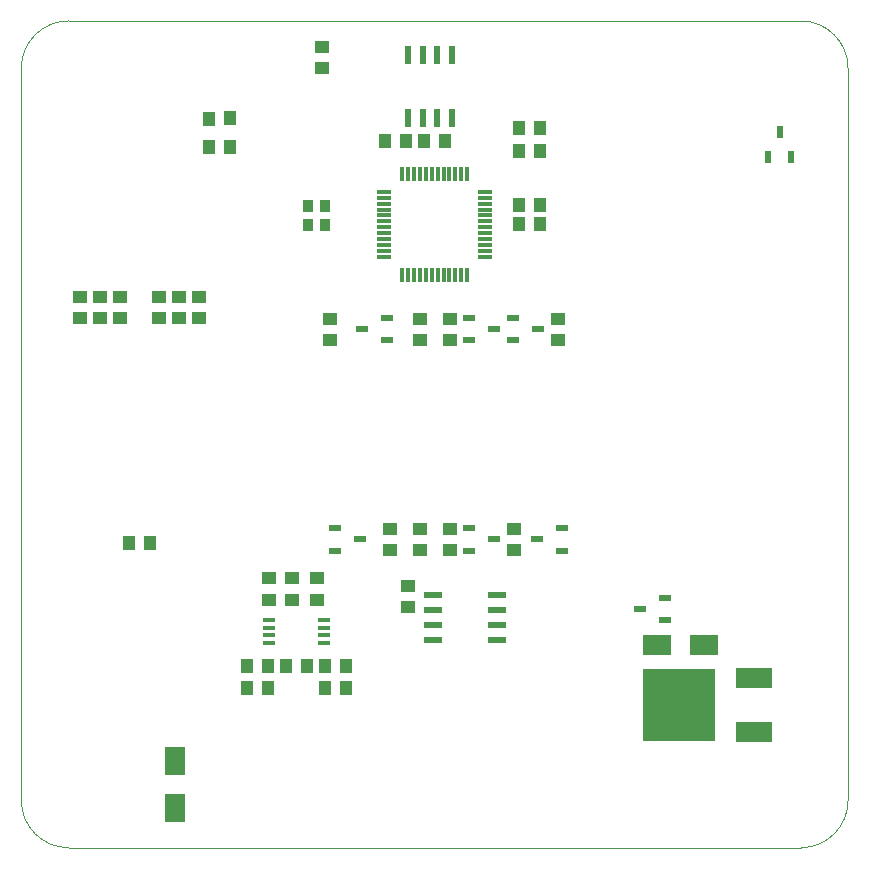
<source format=gtp>
%FSLAX46Y46*%
G04 Gerber Fmt 4.6, Leading zero omitted, Abs format (unit mm)*
G04 Created by KiCad (PCBNEW (2014-08-24 BZR 5094)-product) date Mon 25 Aug 2014 20:36:51 CEST*
%MOMM*%
G01*
G04 APERTURE LIST*
%ADD10C,0.170000*%
%ADD11C,0.100000*%
%ADD12R,0.599440X1.000760*%
%ADD13R,1.000760X0.599440*%
%ADD14R,0.600000X1.600000*%
%ADD15R,3.048000X1.651000*%
%ADD16R,6.096000X6.096000*%
%ADD17R,1.200000X0.300000*%
%ADD18R,0.300000X1.200000*%
%ADD19R,1.300000X1.100000*%
%ADD20R,1.100000X1.300000*%
%ADD21R,0.900000X1.000000*%
%ADD22R,1.700000X2.400000*%
%ADD23R,2.400000X1.700000*%
%ADD24R,1.021080X0.408940*%
%ADD25R,1.600000X0.600000*%
G04 APERTURE END LIST*
D10*
D11*
X120000000Y-54000000D02*
G75*
G03X116000000Y-50000000I-4000000J0D01*
G74*
G01*
X116000000Y-120000000D02*
G75*
G03X120000000Y-116000000I0J4000000D01*
G74*
G01*
X50000000Y-116000000D02*
G75*
G03X54000000Y-120000000I4000000J0D01*
G74*
G01*
X54000000Y-50000000D02*
G75*
G03X50000000Y-54000000I0J-4000000D01*
G74*
G01*
X116000000Y-50000000D02*
X54000000Y-50000000D01*
X120000000Y-116000000D02*
X120000000Y-54000000D01*
X54000000Y-120000000D02*
X116000000Y-120000000D01*
X50000000Y-54000000D02*
X50000000Y-116000000D01*
D12*
X113247500Y-61556640D03*
X114200000Y-59443360D03*
X115152500Y-61556640D03*
D13*
X76543360Y-92947500D03*
X78656640Y-93900000D03*
X76543360Y-94852500D03*
X87943360Y-92947500D03*
X90056640Y-93900000D03*
X87943360Y-94852500D03*
X95756640Y-94852500D03*
X93643360Y-93900000D03*
X95756640Y-92947500D03*
X80956640Y-77052500D03*
X78843360Y-76100000D03*
X80956640Y-75147500D03*
X104516640Y-100752500D03*
X102403360Y-99800000D03*
X104516640Y-98847500D03*
D14*
X86475000Y-58250000D03*
X86475000Y-52850000D03*
X85225000Y-58250000D03*
X83975000Y-58250000D03*
X82725000Y-58250000D03*
X85225000Y-52850000D03*
X83975000Y-52850000D03*
X82725000Y-52850000D03*
D15*
X112025000Y-110236000D03*
D16*
X105675000Y-107950000D03*
D15*
X112025000Y-105664000D03*
D17*
X80750000Y-64470000D03*
X80750000Y-64970000D03*
X80750000Y-65470000D03*
X80750000Y-65970000D03*
X80750000Y-66470000D03*
X80750000Y-66970000D03*
X80750000Y-67470000D03*
X80750000Y-67970000D03*
X80750000Y-68470000D03*
X80750000Y-68970000D03*
X80750000Y-69470000D03*
X80750000Y-69970000D03*
D18*
X82250000Y-71470000D03*
X82750000Y-71470000D03*
X83250000Y-71470000D03*
X83750000Y-71470000D03*
X84250000Y-71470000D03*
X84750000Y-71470000D03*
X85250000Y-71470000D03*
X85750000Y-71470000D03*
X86250000Y-71470000D03*
X86750000Y-71470000D03*
X87250000Y-71470000D03*
X87750000Y-71470000D03*
D17*
X89250000Y-69970000D03*
X89250000Y-69470000D03*
X89250000Y-68970000D03*
X89250000Y-68470000D03*
X89250000Y-67970000D03*
X89250000Y-67470000D03*
X89250000Y-66970000D03*
X89250000Y-66470000D03*
X89250000Y-65970000D03*
X89250000Y-65470000D03*
X89250000Y-64970000D03*
X89250000Y-64470000D03*
D18*
X87750000Y-62970000D03*
X87250000Y-62970000D03*
X86750000Y-62970000D03*
X86250000Y-62970000D03*
X85750000Y-62970000D03*
X85250000Y-62970000D03*
X84750000Y-62970000D03*
X84250000Y-62970000D03*
X83750000Y-62970000D03*
X83250000Y-62970000D03*
X82750000Y-62970000D03*
X82250000Y-62970000D03*
D19*
X61630000Y-75180000D03*
X61630000Y-73380000D03*
D20*
X72400000Y-104600000D03*
X74200000Y-104600000D03*
D19*
X54930000Y-73380000D03*
X54930000Y-75180000D03*
D20*
X65900000Y-58280300D03*
X67700000Y-58200000D03*
X69100000Y-104600000D03*
X70900000Y-104600000D03*
D21*
X74250000Y-67300000D03*
X75750000Y-67300000D03*
X74250000Y-65700000D03*
X75750000Y-65700000D03*
D19*
X75000000Y-97200000D03*
X75000000Y-99000000D03*
D20*
X93900000Y-67175000D03*
X92100000Y-67175000D03*
X93900000Y-65575000D03*
X92100000Y-65575000D03*
D19*
X75500000Y-52200000D03*
X75500000Y-54000000D03*
D20*
X92100000Y-61025000D03*
X93900000Y-61025000D03*
X92100000Y-59075000D03*
X93900000Y-59075000D03*
D19*
X56630000Y-75180000D03*
X56630000Y-73380000D03*
D20*
X84100000Y-60200000D03*
X85900000Y-60200000D03*
X82600000Y-60200000D03*
X80800000Y-60200000D03*
D19*
X58330000Y-75180000D03*
X58330000Y-73380000D03*
X65030000Y-75180000D03*
X65030000Y-73380000D03*
X63330000Y-75180000D03*
X63330000Y-73380000D03*
D20*
X59100000Y-94200000D03*
X60900000Y-94200000D03*
D19*
X76110000Y-77010000D03*
X76110000Y-75210000D03*
D22*
X62980000Y-116640000D03*
X62980000Y-112640000D03*
D23*
X103800000Y-102850000D03*
X107800000Y-102850000D03*
D20*
X75700000Y-104600000D03*
X77500000Y-104600000D03*
D24*
X75601240Y-102675360D03*
X75601240Y-102025120D03*
X75601240Y-101374880D03*
X75601240Y-100724640D03*
X70998760Y-100724640D03*
X70998760Y-101374880D03*
X70998760Y-102025120D03*
X70998760Y-102675360D03*
D13*
X87943360Y-75147500D03*
X90056640Y-76100000D03*
X87943360Y-77052500D03*
X91643360Y-75147500D03*
X93756640Y-76100000D03*
X91643360Y-77052500D03*
D19*
X82780000Y-99640000D03*
X82780000Y-97840000D03*
D25*
X84850000Y-102385000D03*
X90250000Y-102385000D03*
X84850000Y-101135000D03*
X84850000Y-99885000D03*
X84850000Y-98635000D03*
X90250000Y-101135000D03*
X90250000Y-99885000D03*
X90250000Y-98635000D03*
D19*
X72920000Y-97200000D03*
X72920000Y-99000000D03*
X71000000Y-99000000D03*
X71000000Y-97200000D03*
D20*
X67700000Y-60690000D03*
X65900000Y-60690000D03*
X69100000Y-106500000D03*
X70900000Y-106500000D03*
X77500000Y-106490000D03*
X75700000Y-106490000D03*
D19*
X81190000Y-92990000D03*
X81190000Y-94790000D03*
X83730000Y-92990000D03*
X83730000Y-94790000D03*
X83730000Y-77010000D03*
X83730000Y-75210000D03*
X86270000Y-92990000D03*
X86270000Y-94790000D03*
X86270000Y-77010000D03*
X86270000Y-75210000D03*
X91700000Y-93000000D03*
X91700000Y-94800000D03*
X95400000Y-77000000D03*
X95400000Y-75200000D03*
M02*

</source>
